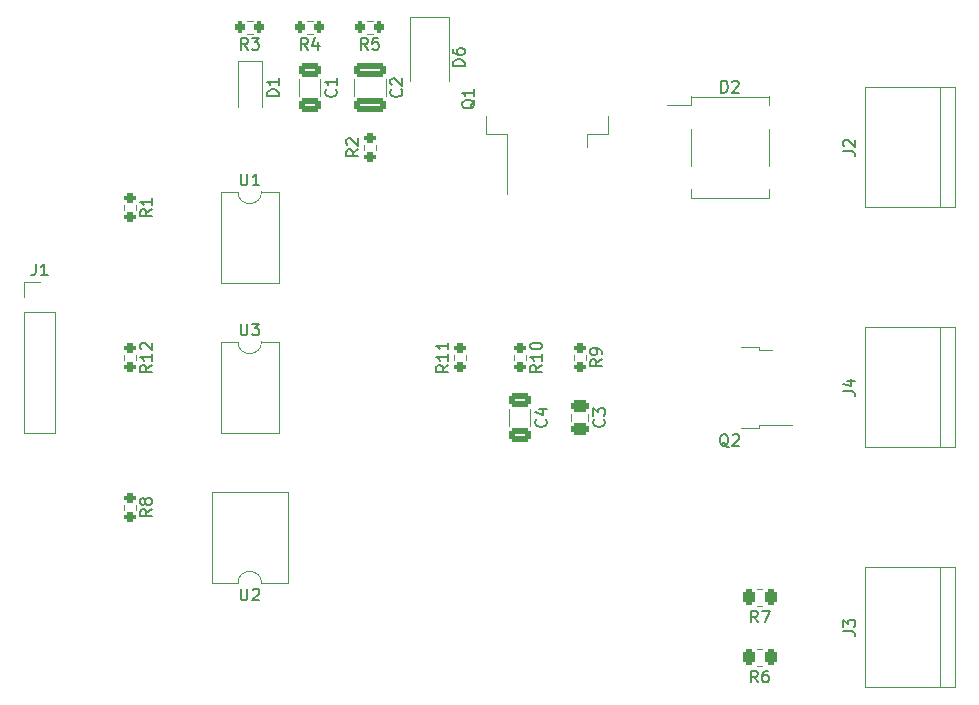
<source format=gto>
%TF.GenerationSoftware,KiCad,Pcbnew,(6.0.0)*%
%TF.CreationDate,2022-01-23T10:28:27+01:00*%
%TF.ProjectId,prototype,70726f74-6f74-4797-9065-2e6b69636164,rev?*%
%TF.SameCoordinates,Original*%
%TF.FileFunction,Legend,Top*%
%TF.FilePolarity,Positive*%
%FSLAX46Y46*%
G04 Gerber Fmt 4.6, Leading zero omitted, Abs format (unit mm)*
G04 Created by KiCad (PCBNEW (6.0.0)) date 2022-01-23 10:28:27*
%MOMM*%
%LPD*%
G01*
G04 APERTURE LIST*
G04 Aperture macros list*
%AMRoundRect*
0 Rectangle with rounded corners*
0 $1 Rounding radius*
0 $2 $3 $4 $5 $6 $7 $8 $9 X,Y pos of 4 corners*
0 Add a 4 corners polygon primitive as box body*
4,1,4,$2,$3,$4,$5,$6,$7,$8,$9,$2,$3,0*
0 Add four circle primitives for the rounded corners*
1,1,$1+$1,$2,$3*
1,1,$1+$1,$4,$5*
1,1,$1+$1,$6,$7*
1,1,$1+$1,$8,$9*
0 Add four rect primitives between the rounded corners*
20,1,$1+$1,$2,$3,$4,$5,0*
20,1,$1+$1,$4,$5,$6,$7,0*
20,1,$1+$1,$6,$7,$8,$9,0*
20,1,$1+$1,$8,$9,$2,$3,0*%
G04 Aperture macros list end*
%ADD10C,0.150000*%
%ADD11C,0.120000*%
%ADD12R,1.800000X2.500000*%
%ADD13R,2.000000X1.780000*%
%ADD14R,1.200000X0.900000*%
%ADD15R,1.700000X1.700000*%
%ADD16O,1.700000X1.700000*%
%ADD17RoundRect,0.200000X-0.275000X0.200000X-0.275000X-0.200000X0.275000X-0.200000X0.275000X0.200000X0*%
%ADD18RoundRect,0.200000X0.200000X0.275000X-0.200000X0.275000X-0.200000X-0.275000X0.200000X-0.275000X0*%
%ADD19RoundRect,0.250000X-0.475000X0.250000X-0.475000X-0.250000X0.475000X-0.250000X0.475000X0.250000X0*%
%ADD20R,3.000000X3.000000*%
%ADD21C,3.000000*%
%ADD22RoundRect,0.250000X-0.650000X0.325000X-0.650000X-0.325000X0.650000X-0.325000X0.650000X0.325000X0*%
%ADD23RoundRect,0.250000X-1.100000X0.325000X-1.100000X-0.325000X1.100000X-0.325000X1.100000X0.325000X0*%
%ADD24R,2.200000X1.200000*%
%ADD25R,6.400000X5.800000*%
%ADD26RoundRect,0.200000X0.275000X-0.200000X0.275000X0.200000X-0.275000X0.200000X-0.275000X-0.200000X0*%
%ADD27R,1.100000X4.600000*%
%ADD28R,10.800000X9.400000*%
%ADD29RoundRect,0.250000X0.262500X0.450000X-0.262500X0.450000X-0.262500X-0.450000X0.262500X-0.450000X0*%
%ADD30R,2.000000X1.500000*%
G04 APERTURE END LIST*
D10*
%TO.C,D6*%
X137572380Y-51538095D02*
X136572380Y-51538095D01*
X136572380Y-51300000D01*
X136620000Y-51157142D01*
X136715238Y-51061904D01*
X136810476Y-51014285D01*
X137000952Y-50966666D01*
X137143809Y-50966666D01*
X137334285Y-51014285D01*
X137429523Y-51061904D01*
X137524761Y-51157142D01*
X137572380Y-51300000D01*
X137572380Y-51538095D01*
X136572380Y-50109523D02*
X136572380Y-50300000D01*
X136620000Y-50395238D01*
X136667619Y-50442857D01*
X136810476Y-50538095D01*
X137000952Y-50585714D01*
X137381904Y-50585714D01*
X137477142Y-50538095D01*
X137524761Y-50490476D01*
X137572380Y-50395238D01*
X137572380Y-50204761D01*
X137524761Y-50109523D01*
X137477142Y-50061904D01*
X137381904Y-50014285D01*
X137143809Y-50014285D01*
X137048571Y-50061904D01*
X137000952Y-50109523D01*
X136953333Y-50204761D01*
X136953333Y-50395238D01*
X137000952Y-50490476D01*
X137048571Y-50538095D01*
X137143809Y-50585714D01*
%TO.C,U3*%
X118618095Y-73322380D02*
X118618095Y-74131904D01*
X118665714Y-74227142D01*
X118713333Y-74274761D01*
X118808571Y-74322380D01*
X118999047Y-74322380D01*
X119094285Y-74274761D01*
X119141904Y-74227142D01*
X119189523Y-74131904D01*
X119189523Y-73322380D01*
X119570476Y-73322380D02*
X120189523Y-73322380D01*
X119856190Y-73703333D01*
X119999047Y-73703333D01*
X120094285Y-73750952D01*
X120141904Y-73798571D01*
X120189523Y-73893809D01*
X120189523Y-74131904D01*
X120141904Y-74227142D01*
X120094285Y-74274761D01*
X119999047Y-74322380D01*
X119713333Y-74322380D01*
X119618095Y-74274761D01*
X119570476Y-74227142D01*
%TO.C,D1*%
X121832380Y-54078095D02*
X120832380Y-54078095D01*
X120832380Y-53840000D01*
X120880000Y-53697142D01*
X120975238Y-53601904D01*
X121070476Y-53554285D01*
X121260952Y-53506666D01*
X121403809Y-53506666D01*
X121594285Y-53554285D01*
X121689523Y-53601904D01*
X121784761Y-53697142D01*
X121832380Y-53840000D01*
X121832380Y-54078095D01*
X121832380Y-52554285D02*
X121832380Y-53125714D01*
X121832380Y-52840000D02*
X120832380Y-52840000D01*
X120975238Y-52935238D01*
X121070476Y-53030476D01*
X121118095Y-53125714D01*
%TO.C,J1*%
X101266666Y-68242380D02*
X101266666Y-68956666D01*
X101219047Y-69099523D01*
X101123809Y-69194761D01*
X100980952Y-69242380D01*
X100885714Y-69242380D01*
X102266666Y-69242380D02*
X101695238Y-69242380D01*
X101980952Y-69242380D02*
X101980952Y-68242380D01*
X101885714Y-68385238D01*
X101790476Y-68480476D01*
X101695238Y-68528095D01*
%TO.C,R1*%
X111102380Y-63666666D02*
X110626190Y-64000000D01*
X111102380Y-64238095D02*
X110102380Y-64238095D01*
X110102380Y-63857142D01*
X110150000Y-63761904D01*
X110197619Y-63714285D01*
X110292857Y-63666666D01*
X110435714Y-63666666D01*
X110530952Y-63714285D01*
X110578571Y-63761904D01*
X110626190Y-63857142D01*
X110626190Y-64238095D01*
X111102380Y-62714285D02*
X111102380Y-63285714D01*
X111102380Y-63000000D02*
X110102380Y-63000000D01*
X110245238Y-63095238D01*
X110340476Y-63190476D01*
X110388095Y-63285714D01*
%TO.C,R3*%
X119213333Y-50142380D02*
X118880000Y-49666190D01*
X118641904Y-50142380D02*
X118641904Y-49142380D01*
X119022857Y-49142380D01*
X119118095Y-49190000D01*
X119165714Y-49237619D01*
X119213333Y-49332857D01*
X119213333Y-49475714D01*
X119165714Y-49570952D01*
X119118095Y-49618571D01*
X119022857Y-49666190D01*
X118641904Y-49666190D01*
X119546666Y-49142380D02*
X120165714Y-49142380D01*
X119832380Y-49523333D01*
X119975238Y-49523333D01*
X120070476Y-49570952D01*
X120118095Y-49618571D01*
X120165714Y-49713809D01*
X120165714Y-49951904D01*
X120118095Y-50047142D01*
X120070476Y-50094761D01*
X119975238Y-50142380D01*
X119689523Y-50142380D01*
X119594285Y-50094761D01*
X119546666Y-50047142D01*
%TO.C,R12*%
X111102380Y-76842857D02*
X110626190Y-77176190D01*
X111102380Y-77414285D02*
X110102380Y-77414285D01*
X110102380Y-77033333D01*
X110150000Y-76938095D01*
X110197619Y-76890476D01*
X110292857Y-76842857D01*
X110435714Y-76842857D01*
X110530952Y-76890476D01*
X110578571Y-76938095D01*
X110626190Y-77033333D01*
X110626190Y-77414285D01*
X111102380Y-75890476D02*
X111102380Y-76461904D01*
X111102380Y-76176190D02*
X110102380Y-76176190D01*
X110245238Y-76271428D01*
X110340476Y-76366666D01*
X110388095Y-76461904D01*
X110197619Y-75509523D02*
X110150000Y-75461904D01*
X110102380Y-75366666D01*
X110102380Y-75128571D01*
X110150000Y-75033333D01*
X110197619Y-74985714D01*
X110292857Y-74938095D01*
X110388095Y-74938095D01*
X110530952Y-74985714D01*
X111102380Y-75557142D01*
X111102380Y-74938095D01*
%TO.C,U1*%
X118618095Y-60622380D02*
X118618095Y-61431904D01*
X118665714Y-61527142D01*
X118713333Y-61574761D01*
X118808571Y-61622380D01*
X118999047Y-61622380D01*
X119094285Y-61574761D01*
X119141904Y-61527142D01*
X119189523Y-61431904D01*
X119189523Y-60622380D01*
X120189523Y-61622380D02*
X119618095Y-61622380D01*
X119903809Y-61622380D02*
X119903809Y-60622380D01*
X119808571Y-60765238D01*
X119713333Y-60860476D01*
X119618095Y-60908095D01*
%TO.C,C3*%
X149357142Y-81446666D02*
X149404761Y-81494285D01*
X149452380Y-81637142D01*
X149452380Y-81732380D01*
X149404761Y-81875238D01*
X149309523Y-81970476D01*
X149214285Y-82018095D01*
X149023809Y-82065714D01*
X148880952Y-82065714D01*
X148690476Y-82018095D01*
X148595238Y-81970476D01*
X148500000Y-81875238D01*
X148452380Y-81732380D01*
X148452380Y-81637142D01*
X148500000Y-81494285D01*
X148547619Y-81446666D01*
X148452380Y-81113333D02*
X148452380Y-80494285D01*
X148833333Y-80827619D01*
X148833333Y-80684761D01*
X148880952Y-80589523D01*
X148928571Y-80541904D01*
X149023809Y-80494285D01*
X149261904Y-80494285D01*
X149357142Y-80541904D01*
X149404761Y-80589523D01*
X149452380Y-80684761D01*
X149452380Y-80970476D01*
X149404761Y-81065714D01*
X149357142Y-81113333D01*
%TO.C,J2*%
X169632380Y-58753333D02*
X170346666Y-58753333D01*
X170489523Y-58800952D01*
X170584761Y-58896190D01*
X170632380Y-59039047D01*
X170632380Y-59134285D01*
X169727619Y-58324761D02*
X169680000Y-58277142D01*
X169632380Y-58181904D01*
X169632380Y-57943809D01*
X169680000Y-57848571D01*
X169727619Y-57800952D01*
X169822857Y-57753333D01*
X169918095Y-57753333D01*
X170060952Y-57800952D01*
X170632380Y-58372380D01*
X170632380Y-57753333D01*
%TO.C,C1*%
X126667142Y-53506666D02*
X126714761Y-53554285D01*
X126762380Y-53697142D01*
X126762380Y-53792380D01*
X126714761Y-53935238D01*
X126619523Y-54030476D01*
X126524285Y-54078095D01*
X126333809Y-54125714D01*
X126190952Y-54125714D01*
X126000476Y-54078095D01*
X125905238Y-54030476D01*
X125810000Y-53935238D01*
X125762380Y-53792380D01*
X125762380Y-53697142D01*
X125810000Y-53554285D01*
X125857619Y-53506666D01*
X126762380Y-52554285D02*
X126762380Y-53125714D01*
X126762380Y-52840000D02*
X125762380Y-52840000D01*
X125905238Y-52935238D01*
X126000476Y-53030476D01*
X126048095Y-53125714D01*
%TO.C,C2*%
X132197142Y-53506666D02*
X132244761Y-53554285D01*
X132292380Y-53697142D01*
X132292380Y-53792380D01*
X132244761Y-53935238D01*
X132149523Y-54030476D01*
X132054285Y-54078095D01*
X131863809Y-54125714D01*
X131720952Y-54125714D01*
X131530476Y-54078095D01*
X131435238Y-54030476D01*
X131340000Y-53935238D01*
X131292380Y-53792380D01*
X131292380Y-53697142D01*
X131340000Y-53554285D01*
X131387619Y-53506666D01*
X131387619Y-53125714D02*
X131340000Y-53078095D01*
X131292380Y-52982857D01*
X131292380Y-52744761D01*
X131340000Y-52649523D01*
X131387619Y-52601904D01*
X131482857Y-52554285D01*
X131578095Y-52554285D01*
X131720952Y-52601904D01*
X132292380Y-53173333D01*
X132292380Y-52554285D01*
%TO.C,R9*%
X149202380Y-76366666D02*
X148726190Y-76700000D01*
X149202380Y-76938095D02*
X148202380Y-76938095D01*
X148202380Y-76557142D01*
X148250000Y-76461904D01*
X148297619Y-76414285D01*
X148392857Y-76366666D01*
X148535714Y-76366666D01*
X148630952Y-76414285D01*
X148678571Y-76461904D01*
X148726190Y-76557142D01*
X148726190Y-76938095D01*
X149202380Y-75890476D02*
X149202380Y-75700000D01*
X149154761Y-75604761D01*
X149107142Y-75557142D01*
X148964285Y-75461904D01*
X148773809Y-75414285D01*
X148392857Y-75414285D01*
X148297619Y-75461904D01*
X148250000Y-75509523D01*
X148202380Y-75604761D01*
X148202380Y-75795238D01*
X148250000Y-75890476D01*
X148297619Y-75938095D01*
X148392857Y-75985714D01*
X148630952Y-75985714D01*
X148726190Y-75938095D01*
X148773809Y-75890476D01*
X148821428Y-75795238D01*
X148821428Y-75604761D01*
X148773809Y-75509523D01*
X148726190Y-75461904D01*
X148630952Y-75414285D01*
%TO.C,R5*%
X129373333Y-50142380D02*
X129040000Y-49666190D01*
X128801904Y-50142380D02*
X128801904Y-49142380D01*
X129182857Y-49142380D01*
X129278095Y-49190000D01*
X129325714Y-49237619D01*
X129373333Y-49332857D01*
X129373333Y-49475714D01*
X129325714Y-49570952D01*
X129278095Y-49618571D01*
X129182857Y-49666190D01*
X128801904Y-49666190D01*
X130278095Y-49142380D02*
X129801904Y-49142380D01*
X129754285Y-49618571D01*
X129801904Y-49570952D01*
X129897142Y-49523333D01*
X130135238Y-49523333D01*
X130230476Y-49570952D01*
X130278095Y-49618571D01*
X130325714Y-49713809D01*
X130325714Y-49951904D01*
X130278095Y-50047142D01*
X130230476Y-50094761D01*
X130135238Y-50142380D01*
X129897142Y-50142380D01*
X129801904Y-50094761D01*
X129754285Y-50047142D01*
%TO.C,Q2*%
X159924761Y-83787619D02*
X159829523Y-83740000D01*
X159734285Y-83644761D01*
X159591428Y-83501904D01*
X159496190Y-83454285D01*
X159400952Y-83454285D01*
X159448571Y-83692380D02*
X159353333Y-83644761D01*
X159258095Y-83549523D01*
X159210476Y-83359047D01*
X159210476Y-83025714D01*
X159258095Y-82835238D01*
X159353333Y-82740000D01*
X159448571Y-82692380D01*
X159639047Y-82692380D01*
X159734285Y-82740000D01*
X159829523Y-82835238D01*
X159877142Y-83025714D01*
X159877142Y-83359047D01*
X159829523Y-83549523D01*
X159734285Y-83644761D01*
X159639047Y-83692380D01*
X159448571Y-83692380D01*
X160258095Y-82787619D02*
X160305714Y-82740000D01*
X160400952Y-82692380D01*
X160639047Y-82692380D01*
X160734285Y-82740000D01*
X160781904Y-82787619D01*
X160829523Y-82882857D01*
X160829523Y-82978095D01*
X160781904Y-83120952D01*
X160210476Y-83692380D01*
X160829523Y-83692380D01*
%TO.C,J4*%
X169632380Y-79073333D02*
X170346666Y-79073333D01*
X170489523Y-79120952D01*
X170584761Y-79216190D01*
X170632380Y-79359047D01*
X170632380Y-79454285D01*
X169965714Y-78168571D02*
X170632380Y-78168571D01*
X169584761Y-78406666D02*
X170299047Y-78644761D01*
X170299047Y-78025714D01*
%TO.C,R2*%
X128562380Y-58586666D02*
X128086190Y-58920000D01*
X128562380Y-59158095D02*
X127562380Y-59158095D01*
X127562380Y-58777142D01*
X127610000Y-58681904D01*
X127657619Y-58634285D01*
X127752857Y-58586666D01*
X127895714Y-58586666D01*
X127990952Y-58634285D01*
X128038571Y-58681904D01*
X128086190Y-58777142D01*
X128086190Y-59158095D01*
X127657619Y-58205714D02*
X127610000Y-58158095D01*
X127562380Y-58062857D01*
X127562380Y-57824761D01*
X127610000Y-57729523D01*
X127657619Y-57681904D01*
X127752857Y-57634285D01*
X127848095Y-57634285D01*
X127990952Y-57681904D01*
X128562380Y-58253333D01*
X128562380Y-57634285D01*
%TO.C,J3*%
X169632380Y-99393333D02*
X170346666Y-99393333D01*
X170489523Y-99440952D01*
X170584761Y-99536190D01*
X170632380Y-99679047D01*
X170632380Y-99774285D01*
X169632380Y-99012380D02*
X169632380Y-98393333D01*
X170013333Y-98726666D01*
X170013333Y-98583809D01*
X170060952Y-98488571D01*
X170108571Y-98440952D01*
X170203809Y-98393333D01*
X170441904Y-98393333D01*
X170537142Y-98440952D01*
X170584761Y-98488571D01*
X170632380Y-98583809D01*
X170632380Y-98869523D01*
X170584761Y-98964761D01*
X170537142Y-99012380D01*
%TO.C,Q1*%
X138442619Y-54385238D02*
X138395000Y-54480476D01*
X138299761Y-54575714D01*
X138156904Y-54718571D01*
X138109285Y-54813809D01*
X138109285Y-54909047D01*
X138347380Y-54861428D02*
X138299761Y-54956666D01*
X138204523Y-55051904D01*
X138014047Y-55099523D01*
X137680714Y-55099523D01*
X137490238Y-55051904D01*
X137395000Y-54956666D01*
X137347380Y-54861428D01*
X137347380Y-54670952D01*
X137395000Y-54575714D01*
X137490238Y-54480476D01*
X137680714Y-54432857D01*
X138014047Y-54432857D01*
X138204523Y-54480476D01*
X138299761Y-54575714D01*
X138347380Y-54670952D01*
X138347380Y-54861428D01*
X138347380Y-53480476D02*
X138347380Y-54051904D01*
X138347380Y-53766190D02*
X137347380Y-53766190D01*
X137490238Y-53861428D01*
X137585476Y-53956666D01*
X137633095Y-54051904D01*
%TO.C,R8*%
X111102380Y-89066666D02*
X110626190Y-89400000D01*
X111102380Y-89638095D02*
X110102380Y-89638095D01*
X110102380Y-89257142D01*
X110150000Y-89161904D01*
X110197619Y-89114285D01*
X110292857Y-89066666D01*
X110435714Y-89066666D01*
X110530952Y-89114285D01*
X110578571Y-89161904D01*
X110626190Y-89257142D01*
X110626190Y-89638095D01*
X110530952Y-88495238D02*
X110483333Y-88590476D01*
X110435714Y-88638095D01*
X110340476Y-88685714D01*
X110292857Y-88685714D01*
X110197619Y-88638095D01*
X110150000Y-88590476D01*
X110102380Y-88495238D01*
X110102380Y-88304761D01*
X110150000Y-88209523D01*
X110197619Y-88161904D01*
X110292857Y-88114285D01*
X110340476Y-88114285D01*
X110435714Y-88161904D01*
X110483333Y-88209523D01*
X110530952Y-88304761D01*
X110530952Y-88495238D01*
X110578571Y-88590476D01*
X110626190Y-88638095D01*
X110721428Y-88685714D01*
X110911904Y-88685714D01*
X111007142Y-88638095D01*
X111054761Y-88590476D01*
X111102380Y-88495238D01*
X111102380Y-88304761D01*
X111054761Y-88209523D01*
X111007142Y-88161904D01*
X110911904Y-88114285D01*
X110721428Y-88114285D01*
X110626190Y-88161904D01*
X110578571Y-88209523D01*
X110530952Y-88304761D01*
%TO.C,R10*%
X144122380Y-76842857D02*
X143646190Y-77176190D01*
X144122380Y-77414285D02*
X143122380Y-77414285D01*
X143122380Y-77033333D01*
X143170000Y-76938095D01*
X143217619Y-76890476D01*
X143312857Y-76842857D01*
X143455714Y-76842857D01*
X143550952Y-76890476D01*
X143598571Y-76938095D01*
X143646190Y-77033333D01*
X143646190Y-77414285D01*
X144122380Y-75890476D02*
X144122380Y-76461904D01*
X144122380Y-76176190D02*
X143122380Y-76176190D01*
X143265238Y-76271428D01*
X143360476Y-76366666D01*
X143408095Y-76461904D01*
X143122380Y-75271428D02*
X143122380Y-75176190D01*
X143170000Y-75080952D01*
X143217619Y-75033333D01*
X143312857Y-74985714D01*
X143503333Y-74938095D01*
X143741428Y-74938095D01*
X143931904Y-74985714D01*
X144027142Y-75033333D01*
X144074761Y-75080952D01*
X144122380Y-75176190D01*
X144122380Y-75271428D01*
X144074761Y-75366666D01*
X144027142Y-75414285D01*
X143931904Y-75461904D01*
X143741428Y-75509523D01*
X143503333Y-75509523D01*
X143312857Y-75461904D01*
X143217619Y-75414285D01*
X143170000Y-75366666D01*
X143122380Y-75271428D01*
%TO.C,U2*%
X118618095Y-95762380D02*
X118618095Y-96571904D01*
X118665714Y-96667142D01*
X118713333Y-96714761D01*
X118808571Y-96762380D01*
X118999047Y-96762380D01*
X119094285Y-96714761D01*
X119141904Y-96667142D01*
X119189523Y-96571904D01*
X119189523Y-95762380D01*
X119618095Y-95857619D02*
X119665714Y-95810000D01*
X119760952Y-95762380D01*
X119999047Y-95762380D01*
X120094285Y-95810000D01*
X120141904Y-95857619D01*
X120189523Y-95952857D01*
X120189523Y-96048095D01*
X120141904Y-96190952D01*
X119570476Y-96762380D01*
X120189523Y-96762380D01*
%TO.C,R4*%
X124293333Y-50142380D02*
X123960000Y-49666190D01*
X123721904Y-50142380D02*
X123721904Y-49142380D01*
X124102857Y-49142380D01*
X124198095Y-49190000D01*
X124245714Y-49237619D01*
X124293333Y-49332857D01*
X124293333Y-49475714D01*
X124245714Y-49570952D01*
X124198095Y-49618571D01*
X124102857Y-49666190D01*
X123721904Y-49666190D01*
X125150476Y-49475714D02*
X125150476Y-50142380D01*
X124912380Y-49094761D02*
X124674285Y-49809047D01*
X125293333Y-49809047D01*
%TO.C,R6*%
X162393333Y-103702380D02*
X162060000Y-103226190D01*
X161821904Y-103702380D02*
X161821904Y-102702380D01*
X162202857Y-102702380D01*
X162298095Y-102750000D01*
X162345714Y-102797619D01*
X162393333Y-102892857D01*
X162393333Y-103035714D01*
X162345714Y-103130952D01*
X162298095Y-103178571D01*
X162202857Y-103226190D01*
X161821904Y-103226190D01*
X163250476Y-102702380D02*
X163060000Y-102702380D01*
X162964761Y-102750000D01*
X162917142Y-102797619D01*
X162821904Y-102940476D01*
X162774285Y-103130952D01*
X162774285Y-103511904D01*
X162821904Y-103607142D01*
X162869523Y-103654761D01*
X162964761Y-103702380D01*
X163155238Y-103702380D01*
X163250476Y-103654761D01*
X163298095Y-103607142D01*
X163345714Y-103511904D01*
X163345714Y-103273809D01*
X163298095Y-103178571D01*
X163250476Y-103130952D01*
X163155238Y-103083333D01*
X162964761Y-103083333D01*
X162869523Y-103130952D01*
X162821904Y-103178571D01*
X162774285Y-103273809D01*
%TO.C,C4*%
X144447142Y-81446666D02*
X144494761Y-81494285D01*
X144542380Y-81637142D01*
X144542380Y-81732380D01*
X144494761Y-81875238D01*
X144399523Y-81970476D01*
X144304285Y-82018095D01*
X144113809Y-82065714D01*
X143970952Y-82065714D01*
X143780476Y-82018095D01*
X143685238Y-81970476D01*
X143590000Y-81875238D01*
X143542380Y-81732380D01*
X143542380Y-81637142D01*
X143590000Y-81494285D01*
X143637619Y-81446666D01*
X143875714Y-80589523D02*
X144542380Y-80589523D01*
X143494761Y-80827619D02*
X144209047Y-81065714D01*
X144209047Y-80446666D01*
%TO.C,R7*%
X162393333Y-98622380D02*
X162060000Y-98146190D01*
X161821904Y-98622380D02*
X161821904Y-97622380D01*
X162202857Y-97622380D01*
X162298095Y-97670000D01*
X162345714Y-97717619D01*
X162393333Y-97812857D01*
X162393333Y-97955714D01*
X162345714Y-98050952D01*
X162298095Y-98098571D01*
X162202857Y-98146190D01*
X161821904Y-98146190D01*
X162726666Y-97622380D02*
X163393333Y-97622380D01*
X162964761Y-98622380D01*
%TO.C,R11*%
X136182380Y-76842857D02*
X135706190Y-77176190D01*
X136182380Y-77414285D02*
X135182380Y-77414285D01*
X135182380Y-77033333D01*
X135230000Y-76938095D01*
X135277619Y-76890476D01*
X135372857Y-76842857D01*
X135515714Y-76842857D01*
X135610952Y-76890476D01*
X135658571Y-76938095D01*
X135706190Y-77033333D01*
X135706190Y-77414285D01*
X136182380Y-75890476D02*
X136182380Y-76461904D01*
X136182380Y-76176190D02*
X135182380Y-76176190D01*
X135325238Y-76271428D01*
X135420476Y-76366666D01*
X135468095Y-76461904D01*
X136182380Y-74938095D02*
X136182380Y-75509523D01*
X136182380Y-75223809D02*
X135182380Y-75223809D01*
X135325238Y-75319047D01*
X135420476Y-75414285D01*
X135468095Y-75509523D01*
%TO.C,D2*%
X159281904Y-53772380D02*
X159281904Y-52772380D01*
X159520000Y-52772380D01*
X159662857Y-52820000D01*
X159758095Y-52915238D01*
X159805714Y-53010476D01*
X159853333Y-53200952D01*
X159853333Y-53343809D01*
X159805714Y-53534285D01*
X159758095Y-53629523D01*
X159662857Y-53724761D01*
X159520000Y-53772380D01*
X159281904Y-53772380D01*
X160234285Y-52867619D02*
X160281904Y-52820000D01*
X160377142Y-52772380D01*
X160615238Y-52772380D01*
X160710476Y-52820000D01*
X160758095Y-52867619D01*
X160805714Y-52962857D01*
X160805714Y-53058095D01*
X160758095Y-53200952D01*
X160186666Y-53772380D01*
X160805714Y-53772380D01*
D11*
%TO.C,D6*%
X132970000Y-47400000D02*
X132970000Y-52800000D01*
X136270000Y-47400000D02*
X136270000Y-52800000D01*
X136270000Y-47400000D02*
X132970000Y-47400000D01*
%TO.C,U3*%
X121830000Y-74870000D02*
X120380000Y-74870000D01*
X121830000Y-82610000D02*
X121830000Y-74870000D01*
X116930000Y-74870000D02*
X116930000Y-82610000D01*
X116930000Y-82610000D02*
X121830000Y-82610000D01*
X118380000Y-74870000D02*
X116930000Y-74870000D01*
X118380000Y-74870000D02*
G75*
G03*
X120380000Y-74870000I1000000J0D01*
G01*
%TO.C,D1*%
X118380000Y-51090000D02*
X118380000Y-54990000D01*
X120380000Y-51090000D02*
X118380000Y-51090000D01*
X120380000Y-51090000D02*
X120380000Y-54990000D01*
%TO.C,J1*%
X100270000Y-69790000D02*
X101600000Y-69790000D01*
X102930000Y-72390000D02*
X102930000Y-82610000D01*
X100270000Y-71120000D02*
X100270000Y-69790000D01*
X100270000Y-82610000D02*
X102930000Y-82610000D01*
X100270000Y-72390000D02*
X100270000Y-82610000D01*
X100270000Y-72390000D02*
X102930000Y-72390000D01*
%TO.C,R1*%
X108697500Y-63262742D02*
X108697500Y-63737258D01*
X109742500Y-63262742D02*
X109742500Y-63737258D01*
%TO.C,R3*%
X119617258Y-48782500D02*
X119142742Y-48782500D01*
X119617258Y-47737500D02*
X119142742Y-47737500D01*
%TO.C,R12*%
X109742500Y-75962742D02*
X109742500Y-76437258D01*
X108697500Y-75962742D02*
X108697500Y-76437258D01*
%TO.C,U1*%
X121830000Y-69910000D02*
X121830000Y-62170000D01*
X118380000Y-62170000D02*
X116930000Y-62170000D01*
X116930000Y-69910000D02*
X121830000Y-69910000D01*
X121830000Y-62170000D02*
X120380000Y-62170000D01*
X116930000Y-62170000D02*
X116930000Y-69910000D01*
X118380000Y-62170000D02*
G75*
G03*
X120380000Y-62170000I1000000J0D01*
G01*
%TO.C,C3*%
X148055000Y-81018748D02*
X148055000Y-81541252D01*
X146585000Y-81018748D02*
X146585000Y-81541252D01*
%TO.C,J2*%
X177800000Y-53340000D02*
X177800000Y-63500000D01*
X171450000Y-53340000D02*
X171450000Y-63500000D01*
X179070000Y-63500000D02*
X179070000Y-53340000D01*
X171450000Y-63500000D02*
X179070000Y-63500000D01*
X179070000Y-53340000D02*
X171450000Y-53340000D01*
%TO.C,C1*%
X125370000Y-52628748D02*
X125370000Y-54051252D01*
X123550000Y-52628748D02*
X123550000Y-54051252D01*
%TO.C,C2*%
X130900000Y-52628748D02*
X130900000Y-54051252D01*
X128180000Y-52628748D02*
X128180000Y-54051252D01*
%TO.C,R9*%
X146797500Y-75962742D02*
X146797500Y-76437258D01*
X147842500Y-75962742D02*
X147842500Y-76437258D01*
%TO.C,R5*%
X129777258Y-48782500D02*
X129302742Y-48782500D01*
X129777258Y-47737500D02*
X129302742Y-47737500D01*
%TO.C,Q2*%
X162490000Y-75560000D02*
X163590000Y-75560000D01*
X160990000Y-82190000D02*
X162490000Y-82190000D01*
X162490000Y-82190000D02*
X162490000Y-81920000D01*
X162490000Y-75290000D02*
X162490000Y-75560000D01*
X162490000Y-81920000D02*
X165320000Y-81920000D01*
X160990000Y-75290000D02*
X162490000Y-75290000D01*
%TO.C,J4*%
X171450000Y-83820000D02*
X179070000Y-83820000D01*
X171450000Y-73660000D02*
X171450000Y-83820000D01*
X177800000Y-73660000D02*
X177800000Y-83820000D01*
X179070000Y-73660000D02*
X171450000Y-73660000D01*
X179070000Y-83820000D02*
X179070000Y-73660000D01*
%TO.C,R2*%
X130062500Y-58657258D02*
X130062500Y-58182742D01*
X129017500Y-58657258D02*
X129017500Y-58182742D01*
%TO.C,J3*%
X171450000Y-93980000D02*
X171450000Y-104140000D01*
X171450000Y-104140000D02*
X179070000Y-104140000D01*
X179070000Y-93980000D02*
X171450000Y-93980000D01*
X177800000Y-93980000D02*
X177800000Y-104140000D01*
X179070000Y-104140000D02*
X179070000Y-93980000D01*
%TO.C,Q1*%
X147935000Y-57240000D02*
X147935000Y-58340000D01*
X149745000Y-57240000D02*
X147935000Y-57240000D01*
X139345000Y-55740000D02*
X139345000Y-57240000D01*
X139345000Y-57240000D02*
X141155000Y-57240000D01*
X149745000Y-55740000D02*
X149745000Y-57240000D01*
X141155000Y-57240000D02*
X141155000Y-62365000D01*
%TO.C,R8*%
X108697500Y-88662742D02*
X108697500Y-89137258D01*
X109742500Y-88662742D02*
X109742500Y-89137258D01*
%TO.C,R10*%
X141717500Y-75962742D02*
X141717500Y-76437258D01*
X142762500Y-75962742D02*
X142762500Y-76437258D01*
%TO.C,U2*%
X122615000Y-95310000D02*
X122615000Y-87570000D01*
X122615000Y-87570000D02*
X116145000Y-87570000D01*
X116145000Y-87570000D02*
X116145000Y-95310000D01*
X116145000Y-95310000D02*
X118380000Y-95310000D01*
X120380000Y-95310000D02*
X122615000Y-95310000D01*
X120380000Y-95310000D02*
G75*
G03*
X118380000Y-95310000I-1000000J0D01*
G01*
%TO.C,R4*%
X124697258Y-48782500D02*
X124222742Y-48782500D01*
X124697258Y-47737500D02*
X124222742Y-47737500D01*
%TO.C,R6*%
X162787064Y-100865000D02*
X162332936Y-100865000D01*
X162787064Y-102335000D02*
X162332936Y-102335000D01*
%TO.C,C4*%
X141330000Y-80568748D02*
X141330000Y-81991252D01*
X143150000Y-80568748D02*
X143150000Y-81991252D01*
%TO.C,R7*%
X162787064Y-95785000D02*
X162332936Y-95785000D01*
X162787064Y-97255000D02*
X162332936Y-97255000D01*
%TO.C,R11*%
X137682500Y-76437258D02*
X137682500Y-75962742D01*
X136637500Y-76437258D02*
X136637500Y-75962742D01*
%TO.C,D2*%
X154686000Y-54864000D02*
X154686000Y-54864000D01*
X163320000Y-56820000D02*
X163320000Y-60020000D01*
X163322000Y-54864000D02*
X163322000Y-54102000D01*
X156720000Y-62720000D02*
X163320000Y-62720000D01*
X156720000Y-56820000D02*
X156720000Y-60020000D01*
X156718000Y-54864000D02*
X154686000Y-54864000D01*
X156720000Y-61920000D02*
X156720000Y-62720000D01*
X163320000Y-62720000D02*
X163320000Y-61920000D01*
X156720000Y-54120000D02*
X163320000Y-54120000D01*
X156718000Y-54102000D02*
X156718000Y-54864000D01*
X163322000Y-54102000D02*
X163322000Y-54102000D01*
%TD*%
%LPC*%
D12*
%TO.C,D6*%
X134620000Y-48800000D03*
X134620000Y-52800000D03*
%TD*%
D13*
%TO.C,U3*%
X115570000Y-76200000D03*
X115570000Y-78740000D03*
X115570000Y-81280000D03*
X123190000Y-81280000D03*
X123190000Y-78740000D03*
X123190000Y-76200000D03*
%TD*%
D14*
%TO.C,D1*%
X119380000Y-51690000D03*
X119380000Y-54990000D03*
%TD*%
D15*
%TO.C,J1*%
X101600000Y-71120000D03*
D16*
X101600000Y-73660000D03*
X101600000Y-76200000D03*
X101600000Y-78740000D03*
X101600000Y-81280000D03*
%TD*%
D17*
%TO.C,R1*%
X109220000Y-62675000D03*
X109220000Y-64325000D03*
%TD*%
D18*
%TO.C,R3*%
X120205000Y-48260000D03*
X118555000Y-48260000D03*
%TD*%
D17*
%TO.C,R12*%
X109220000Y-75375000D03*
X109220000Y-77025000D03*
%TD*%
D13*
%TO.C,U1*%
X115570000Y-63500000D03*
X115570000Y-66040000D03*
X115570000Y-68580000D03*
X123190000Y-68580000D03*
X123190000Y-66040000D03*
X123190000Y-63500000D03*
%TD*%
D19*
%TO.C,C3*%
X147320000Y-80330000D03*
X147320000Y-82230000D03*
%TD*%
D20*
%TO.C,J2*%
X175260000Y-60960000D03*
D21*
X175260000Y-55880000D03*
%TD*%
D22*
%TO.C,C1*%
X124460000Y-51865000D03*
X124460000Y-54815000D03*
%TD*%
D23*
%TO.C,C2*%
X129540000Y-51865000D03*
X129540000Y-54815000D03*
%TD*%
D17*
%TO.C,R9*%
X147320000Y-75375000D03*
X147320000Y-77025000D03*
%TD*%
D18*
%TO.C,R5*%
X130365000Y-48260000D03*
X128715000Y-48260000D03*
%TD*%
D24*
%TO.C,Q2*%
X164220000Y-81020000D03*
D25*
X157920000Y-78740000D03*
D24*
X164220000Y-78740000D03*
X164220000Y-76460000D03*
%TD*%
D20*
%TO.C,J4*%
X175260000Y-81280000D03*
D21*
X175260000Y-76200000D03*
%TD*%
D26*
%TO.C,R2*%
X129540000Y-59245000D03*
X129540000Y-57595000D03*
%TD*%
D20*
%TO.C,J3*%
X175260000Y-101600000D03*
D21*
X175260000Y-96520000D03*
%TD*%
D27*
%TO.C,Q1*%
X142005000Y-60065000D03*
D28*
X144545000Y-50915000D03*
D27*
X144545000Y-60065000D03*
X147085000Y-60065000D03*
%TD*%
D17*
%TO.C,R8*%
X109220000Y-88075000D03*
X109220000Y-89725000D03*
%TD*%
%TO.C,R10*%
X142240000Y-75375000D03*
X142240000Y-77025000D03*
%TD*%
D13*
%TO.C,U2*%
X124145000Y-93980000D03*
X124145000Y-91440000D03*
X124145000Y-88900000D03*
X114615000Y-88900000D03*
X114615000Y-91440000D03*
X114615000Y-93980000D03*
%TD*%
D18*
%TO.C,R4*%
X125285000Y-48260000D03*
X123635000Y-48260000D03*
%TD*%
D29*
%TO.C,R6*%
X163472500Y-101600000D03*
X161647500Y-101600000D03*
%TD*%
D22*
%TO.C,C4*%
X142240000Y-79805000D03*
X142240000Y-82755000D03*
%TD*%
D29*
%TO.C,R7*%
X163472500Y-96520000D03*
X161647500Y-96520000D03*
%TD*%
D26*
%TO.C,R11*%
X137160000Y-77025000D03*
X137160000Y-75375000D03*
%TD*%
D30*
%TO.C,D2*%
X155650000Y-55870000D03*
X155650000Y-60970000D03*
X164390000Y-60970000D03*
X164390000Y-55870000D03*
%TD*%
M02*

</source>
